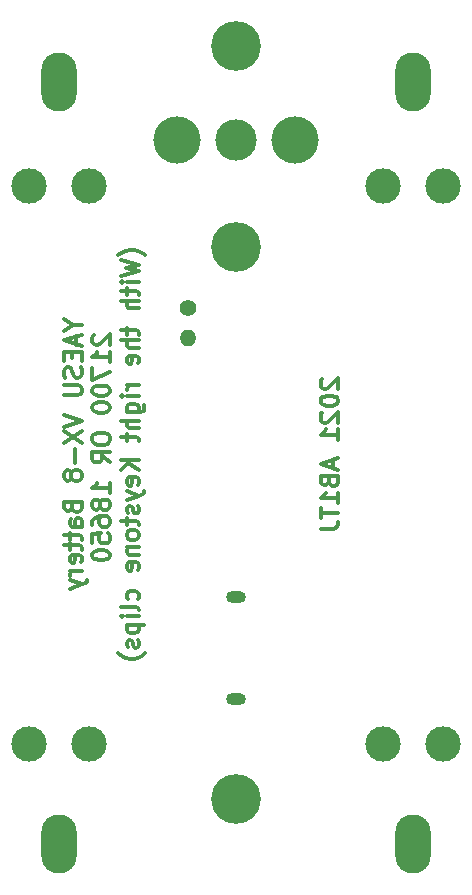
<source format=gbr>
%TF.GenerationSoftware,KiCad,Pcbnew,(5.99.0-10712-g3100cd3599)*%
%TF.CreationDate,2021-06-04T21:59:03-04:00*%
%TF.ProjectId,VX8Battery,56583842-6174-4746-9572-792e6b696361,rev?*%
%TF.SameCoordinates,Original*%
%TF.FileFunction,Soldermask,Bot*%
%TF.FilePolarity,Negative*%
%FSLAX46Y46*%
G04 Gerber Fmt 4.6, Leading zero omitted, Abs format (unit mm)*
G04 Created by KiCad (PCBNEW (5.99.0-10712-g3100cd3599)) date 2021-06-04 21:59:03*
%MOMM*%
%LPD*%
G01*
G04 APERTURE LIST*
%ADD10C,0.300000*%
%ADD11O,3.000000X5.000000*%
%ADD12C,3.000000*%
%ADD13C,1.400000*%
%ADD14O,1.400000X1.400000*%
%ADD15C,4.220000*%
%ADD16O,1.700000X1.000000*%
%ADD17C,3.500000*%
%ADD18C,4.000000*%
G04 APERTURE END LIST*
D10*
X61196785Y-90671428D02*
X61911071Y-90671428D01*
X60411071Y-90171428D02*
X61196785Y-90671428D01*
X60411071Y-91171428D01*
X61482500Y-91600000D02*
X61482500Y-92314285D01*
X61911071Y-91457142D02*
X60411071Y-91957142D01*
X61911071Y-92457142D01*
X61125357Y-92957142D02*
X61125357Y-93457142D01*
X61911071Y-93671428D02*
X61911071Y-92957142D01*
X60411071Y-92957142D01*
X60411071Y-93671428D01*
X61839642Y-94242857D02*
X61911071Y-94457142D01*
X61911071Y-94814285D01*
X61839642Y-94957142D01*
X61768214Y-95028571D01*
X61625357Y-95100000D01*
X61482500Y-95100000D01*
X61339642Y-95028571D01*
X61268214Y-94957142D01*
X61196785Y-94814285D01*
X61125357Y-94528571D01*
X61053928Y-94385714D01*
X60982500Y-94314285D01*
X60839642Y-94242857D01*
X60696785Y-94242857D01*
X60553928Y-94314285D01*
X60482500Y-94385714D01*
X60411071Y-94528571D01*
X60411071Y-94885714D01*
X60482500Y-95100000D01*
X60411071Y-95742857D02*
X61625357Y-95742857D01*
X61768214Y-95814285D01*
X61839642Y-95885714D01*
X61911071Y-96028571D01*
X61911071Y-96314285D01*
X61839642Y-96457142D01*
X61768214Y-96528571D01*
X61625357Y-96600000D01*
X60411071Y-96600000D01*
X60411071Y-98242857D02*
X61911071Y-98742857D01*
X60411071Y-99242857D01*
X60411071Y-99600000D02*
X61911071Y-100600000D01*
X60411071Y-100600000D02*
X61911071Y-99600000D01*
X61339642Y-101171428D02*
X61339642Y-102314285D01*
X61053928Y-103242857D02*
X60982500Y-103100000D01*
X60911071Y-103028571D01*
X60768214Y-102957142D01*
X60696785Y-102957142D01*
X60553928Y-103028571D01*
X60482500Y-103100000D01*
X60411071Y-103242857D01*
X60411071Y-103528571D01*
X60482500Y-103671428D01*
X60553928Y-103742857D01*
X60696785Y-103814285D01*
X60768214Y-103814285D01*
X60911071Y-103742857D01*
X60982500Y-103671428D01*
X61053928Y-103528571D01*
X61053928Y-103242857D01*
X61125357Y-103100000D01*
X61196785Y-103028571D01*
X61339642Y-102957142D01*
X61625357Y-102957142D01*
X61768214Y-103028571D01*
X61839642Y-103100000D01*
X61911071Y-103242857D01*
X61911071Y-103528571D01*
X61839642Y-103671428D01*
X61768214Y-103742857D01*
X61625357Y-103814285D01*
X61339642Y-103814285D01*
X61196785Y-103742857D01*
X61125357Y-103671428D01*
X61053928Y-103528571D01*
X61125357Y-106100000D02*
X61196785Y-106314285D01*
X61268214Y-106385714D01*
X61411071Y-106457142D01*
X61625357Y-106457142D01*
X61768214Y-106385714D01*
X61839642Y-106314285D01*
X61911071Y-106171428D01*
X61911071Y-105600000D01*
X60411071Y-105600000D01*
X60411071Y-106100000D01*
X60482500Y-106242857D01*
X60553928Y-106314285D01*
X60696785Y-106385714D01*
X60839642Y-106385714D01*
X60982500Y-106314285D01*
X61053928Y-106242857D01*
X61125357Y-106100000D01*
X61125357Y-105600000D01*
X61911071Y-107742857D02*
X61125357Y-107742857D01*
X60982500Y-107671428D01*
X60911071Y-107528571D01*
X60911071Y-107242857D01*
X60982500Y-107100000D01*
X61839642Y-107742857D02*
X61911071Y-107600000D01*
X61911071Y-107242857D01*
X61839642Y-107100000D01*
X61696785Y-107028571D01*
X61553928Y-107028571D01*
X61411071Y-107100000D01*
X61339642Y-107242857D01*
X61339642Y-107600000D01*
X61268214Y-107742857D01*
X60911071Y-108242857D02*
X60911071Y-108814285D01*
X60411071Y-108457142D02*
X61696785Y-108457142D01*
X61839642Y-108528571D01*
X61911071Y-108671428D01*
X61911071Y-108814285D01*
X60911071Y-109100000D02*
X60911071Y-109671428D01*
X60411071Y-109314285D02*
X61696785Y-109314285D01*
X61839642Y-109385714D01*
X61911071Y-109528571D01*
X61911071Y-109671428D01*
X61839642Y-110742857D02*
X61911071Y-110600000D01*
X61911071Y-110314285D01*
X61839642Y-110171428D01*
X61696785Y-110100000D01*
X61125357Y-110100000D01*
X60982500Y-110171428D01*
X60911071Y-110314285D01*
X60911071Y-110600000D01*
X60982500Y-110742857D01*
X61125357Y-110814285D01*
X61268214Y-110814285D01*
X61411071Y-110100000D01*
X61911071Y-111457142D02*
X60911071Y-111457142D01*
X61196785Y-111457142D02*
X61053928Y-111528571D01*
X60982500Y-111600000D01*
X60911071Y-111742857D01*
X60911071Y-111885714D01*
X60911071Y-112242857D02*
X61911071Y-112600000D01*
X60911071Y-112957142D02*
X61911071Y-112600000D01*
X62268214Y-112457142D01*
X62339642Y-112385714D01*
X62411071Y-112242857D01*
X62968928Y-91492857D02*
X62897500Y-91564285D01*
X62826071Y-91707142D01*
X62826071Y-92064285D01*
X62897500Y-92207142D01*
X62968928Y-92278571D01*
X63111785Y-92350000D01*
X63254642Y-92350000D01*
X63468928Y-92278571D01*
X64326071Y-91421428D01*
X64326071Y-92350000D01*
X64326071Y-93778571D02*
X64326071Y-92921428D01*
X64326071Y-93350000D02*
X62826071Y-93350000D01*
X63040357Y-93207142D01*
X63183214Y-93064285D01*
X63254642Y-92921428D01*
X62826071Y-94278571D02*
X62826071Y-95278571D01*
X64326071Y-94635714D01*
X62826071Y-96135714D02*
X62826071Y-96278571D01*
X62897500Y-96421428D01*
X62968928Y-96492857D01*
X63111785Y-96564285D01*
X63397500Y-96635714D01*
X63754642Y-96635714D01*
X64040357Y-96564285D01*
X64183214Y-96492857D01*
X64254642Y-96421428D01*
X64326071Y-96278571D01*
X64326071Y-96135714D01*
X64254642Y-95992857D01*
X64183214Y-95921428D01*
X64040357Y-95850000D01*
X63754642Y-95778571D01*
X63397500Y-95778571D01*
X63111785Y-95850000D01*
X62968928Y-95921428D01*
X62897500Y-95992857D01*
X62826071Y-96135714D01*
X62826071Y-97564285D02*
X62826071Y-97707142D01*
X62897500Y-97850000D01*
X62968928Y-97921428D01*
X63111785Y-97992857D01*
X63397500Y-98064285D01*
X63754642Y-98064285D01*
X64040357Y-97992857D01*
X64183214Y-97921428D01*
X64254642Y-97850000D01*
X64326071Y-97707142D01*
X64326071Y-97564285D01*
X64254642Y-97421428D01*
X64183214Y-97350000D01*
X64040357Y-97278571D01*
X63754642Y-97207142D01*
X63397500Y-97207142D01*
X63111785Y-97278571D01*
X62968928Y-97350000D01*
X62897500Y-97421428D01*
X62826071Y-97564285D01*
X62826071Y-100135714D02*
X62826071Y-100421428D01*
X62897500Y-100564285D01*
X63040357Y-100707142D01*
X63326071Y-100778571D01*
X63826071Y-100778571D01*
X64111785Y-100707142D01*
X64254642Y-100564285D01*
X64326071Y-100421428D01*
X64326071Y-100135714D01*
X64254642Y-99992857D01*
X64111785Y-99850000D01*
X63826071Y-99778571D01*
X63326071Y-99778571D01*
X63040357Y-99850000D01*
X62897500Y-99992857D01*
X62826071Y-100135714D01*
X64326071Y-102278571D02*
X63611785Y-101778571D01*
X64326071Y-101421428D02*
X62826071Y-101421428D01*
X62826071Y-101992857D01*
X62897500Y-102135714D01*
X62968928Y-102207142D01*
X63111785Y-102278571D01*
X63326071Y-102278571D01*
X63468928Y-102207142D01*
X63540357Y-102135714D01*
X63611785Y-101992857D01*
X63611785Y-101421428D01*
X64326071Y-104850000D02*
X64326071Y-103992857D01*
X64326071Y-104421428D02*
X62826071Y-104421428D01*
X63040357Y-104278571D01*
X63183214Y-104135714D01*
X63254642Y-103992857D01*
X63468928Y-105707142D02*
X63397500Y-105564285D01*
X63326071Y-105492857D01*
X63183214Y-105421428D01*
X63111785Y-105421428D01*
X62968928Y-105492857D01*
X62897500Y-105564285D01*
X62826071Y-105707142D01*
X62826071Y-105992857D01*
X62897500Y-106135714D01*
X62968928Y-106207142D01*
X63111785Y-106278571D01*
X63183214Y-106278571D01*
X63326071Y-106207142D01*
X63397500Y-106135714D01*
X63468928Y-105992857D01*
X63468928Y-105707142D01*
X63540357Y-105564285D01*
X63611785Y-105492857D01*
X63754642Y-105421428D01*
X64040357Y-105421428D01*
X64183214Y-105492857D01*
X64254642Y-105564285D01*
X64326071Y-105707142D01*
X64326071Y-105992857D01*
X64254642Y-106135714D01*
X64183214Y-106207142D01*
X64040357Y-106278571D01*
X63754642Y-106278571D01*
X63611785Y-106207142D01*
X63540357Y-106135714D01*
X63468928Y-105992857D01*
X62826071Y-107564285D02*
X62826071Y-107278571D01*
X62897500Y-107135714D01*
X62968928Y-107064285D01*
X63183214Y-106921428D01*
X63468928Y-106850000D01*
X64040357Y-106850000D01*
X64183214Y-106921428D01*
X64254642Y-106992857D01*
X64326071Y-107135714D01*
X64326071Y-107421428D01*
X64254642Y-107564285D01*
X64183214Y-107635714D01*
X64040357Y-107707142D01*
X63683214Y-107707142D01*
X63540357Y-107635714D01*
X63468928Y-107564285D01*
X63397500Y-107421428D01*
X63397500Y-107135714D01*
X63468928Y-106992857D01*
X63540357Y-106921428D01*
X63683214Y-106850000D01*
X62826071Y-109064285D02*
X62826071Y-108350000D01*
X63540357Y-108278571D01*
X63468928Y-108350000D01*
X63397500Y-108492857D01*
X63397500Y-108850000D01*
X63468928Y-108992857D01*
X63540357Y-109064285D01*
X63683214Y-109135714D01*
X64040357Y-109135714D01*
X64183214Y-109064285D01*
X64254642Y-108992857D01*
X64326071Y-108850000D01*
X64326071Y-108492857D01*
X64254642Y-108350000D01*
X64183214Y-108278571D01*
X62826071Y-110064285D02*
X62826071Y-110207142D01*
X62897500Y-110350000D01*
X62968928Y-110421428D01*
X63111785Y-110492857D01*
X63397500Y-110564285D01*
X63754642Y-110564285D01*
X64040357Y-110492857D01*
X64183214Y-110421428D01*
X64254642Y-110350000D01*
X64326071Y-110207142D01*
X64326071Y-110064285D01*
X64254642Y-109921428D01*
X64183214Y-109850000D01*
X64040357Y-109778571D01*
X63754642Y-109707142D01*
X63397500Y-109707142D01*
X63111785Y-109778571D01*
X62968928Y-109850000D01*
X62897500Y-109921428D01*
X62826071Y-110064285D01*
X67312500Y-84742857D02*
X67241071Y-84671428D01*
X67026785Y-84528571D01*
X66883928Y-84457142D01*
X66669642Y-84385714D01*
X66312500Y-84314285D01*
X66026785Y-84314285D01*
X65669642Y-84385714D01*
X65455357Y-84457142D01*
X65312500Y-84528571D01*
X65098214Y-84671428D01*
X65026785Y-84742857D01*
X65241071Y-85171428D02*
X66741071Y-85528571D01*
X65669642Y-85814285D01*
X66741071Y-86100000D01*
X65241071Y-86457142D01*
X66741071Y-87028571D02*
X65741071Y-87028571D01*
X65241071Y-87028571D02*
X65312500Y-86957142D01*
X65383928Y-87028571D01*
X65312500Y-87100000D01*
X65241071Y-87028571D01*
X65383928Y-87028571D01*
X65741071Y-87528571D02*
X65741071Y-88100000D01*
X65241071Y-87742857D02*
X66526785Y-87742857D01*
X66669642Y-87814285D01*
X66741071Y-87957142D01*
X66741071Y-88100000D01*
X66741071Y-88600000D02*
X65241071Y-88600000D01*
X66741071Y-89242857D02*
X65955357Y-89242857D01*
X65812500Y-89171428D01*
X65741071Y-89028571D01*
X65741071Y-88814285D01*
X65812500Y-88671428D01*
X65883928Y-88600000D01*
X65741071Y-90885714D02*
X65741071Y-91457142D01*
X65241071Y-91100000D02*
X66526785Y-91100000D01*
X66669642Y-91171428D01*
X66741071Y-91314285D01*
X66741071Y-91457142D01*
X66741071Y-91957142D02*
X65241071Y-91957142D01*
X66741071Y-92600000D02*
X65955357Y-92600000D01*
X65812500Y-92528571D01*
X65741071Y-92385714D01*
X65741071Y-92171428D01*
X65812500Y-92028571D01*
X65883928Y-91957142D01*
X66669642Y-93885714D02*
X66741071Y-93742857D01*
X66741071Y-93457142D01*
X66669642Y-93314285D01*
X66526785Y-93242857D01*
X65955357Y-93242857D01*
X65812500Y-93314285D01*
X65741071Y-93457142D01*
X65741071Y-93742857D01*
X65812500Y-93885714D01*
X65955357Y-93957142D01*
X66098214Y-93957142D01*
X66241071Y-93242857D01*
X66741071Y-95742857D02*
X65741071Y-95742857D01*
X66026785Y-95742857D02*
X65883928Y-95814285D01*
X65812500Y-95885714D01*
X65741071Y-96028571D01*
X65741071Y-96171428D01*
X66741071Y-96671428D02*
X65741071Y-96671428D01*
X65241071Y-96671428D02*
X65312500Y-96600000D01*
X65383928Y-96671428D01*
X65312500Y-96742857D01*
X65241071Y-96671428D01*
X65383928Y-96671428D01*
X65741071Y-98028571D02*
X66955357Y-98028571D01*
X67098214Y-97957142D01*
X67169642Y-97885714D01*
X67241071Y-97742857D01*
X67241071Y-97528571D01*
X67169642Y-97385714D01*
X66669642Y-98028571D02*
X66741071Y-97885714D01*
X66741071Y-97600000D01*
X66669642Y-97457142D01*
X66598214Y-97385714D01*
X66455357Y-97314285D01*
X66026785Y-97314285D01*
X65883928Y-97385714D01*
X65812500Y-97457142D01*
X65741071Y-97600000D01*
X65741071Y-97885714D01*
X65812500Y-98028571D01*
X66741071Y-98742857D02*
X65241071Y-98742857D01*
X66741071Y-99385714D02*
X65955357Y-99385714D01*
X65812500Y-99314285D01*
X65741071Y-99171428D01*
X65741071Y-98957142D01*
X65812500Y-98814285D01*
X65883928Y-98742857D01*
X65741071Y-99885714D02*
X65741071Y-100457142D01*
X65241071Y-100100000D02*
X66526785Y-100100000D01*
X66669642Y-100171428D01*
X66741071Y-100314285D01*
X66741071Y-100457142D01*
X66741071Y-102100000D02*
X65241071Y-102100000D01*
X66741071Y-102957142D02*
X65883928Y-102314285D01*
X65241071Y-102957142D02*
X66098214Y-102100000D01*
X66669642Y-104171428D02*
X66741071Y-104028571D01*
X66741071Y-103742857D01*
X66669642Y-103600000D01*
X66526785Y-103528571D01*
X65955357Y-103528571D01*
X65812500Y-103600000D01*
X65741071Y-103742857D01*
X65741071Y-104028571D01*
X65812500Y-104171428D01*
X65955357Y-104242857D01*
X66098214Y-104242857D01*
X66241071Y-103528571D01*
X65741071Y-104742857D02*
X66741071Y-105100000D01*
X65741071Y-105457142D02*
X66741071Y-105100000D01*
X67098214Y-104957142D01*
X67169642Y-104885714D01*
X67241071Y-104742857D01*
X66669642Y-105957142D02*
X66741071Y-106100000D01*
X66741071Y-106385714D01*
X66669642Y-106528571D01*
X66526785Y-106600000D01*
X66455357Y-106600000D01*
X66312500Y-106528571D01*
X66241071Y-106385714D01*
X66241071Y-106171428D01*
X66169642Y-106028571D01*
X66026785Y-105957142D01*
X65955357Y-105957142D01*
X65812500Y-106028571D01*
X65741071Y-106171428D01*
X65741071Y-106385714D01*
X65812500Y-106528571D01*
X65741071Y-107028571D02*
X65741071Y-107600000D01*
X65241071Y-107242857D02*
X66526785Y-107242857D01*
X66669642Y-107314285D01*
X66741071Y-107457142D01*
X66741071Y-107600000D01*
X66741071Y-108314285D02*
X66669642Y-108171428D01*
X66598214Y-108100000D01*
X66455357Y-108028571D01*
X66026785Y-108028571D01*
X65883928Y-108100000D01*
X65812500Y-108171428D01*
X65741071Y-108314285D01*
X65741071Y-108528571D01*
X65812500Y-108671428D01*
X65883928Y-108742857D01*
X66026785Y-108814285D01*
X66455357Y-108814285D01*
X66598214Y-108742857D01*
X66669642Y-108671428D01*
X66741071Y-108528571D01*
X66741071Y-108314285D01*
X65741071Y-109457142D02*
X66741071Y-109457142D01*
X65883928Y-109457142D02*
X65812500Y-109528571D01*
X65741071Y-109671428D01*
X65741071Y-109885714D01*
X65812500Y-110028571D01*
X65955357Y-110100000D01*
X66741071Y-110100000D01*
X66669642Y-111385714D02*
X66741071Y-111242857D01*
X66741071Y-110957142D01*
X66669642Y-110814285D01*
X66526785Y-110742857D01*
X65955357Y-110742857D01*
X65812500Y-110814285D01*
X65741071Y-110957142D01*
X65741071Y-111242857D01*
X65812500Y-111385714D01*
X65955357Y-111457142D01*
X66098214Y-111457142D01*
X66241071Y-110742857D01*
X66669642Y-113885714D02*
X66741071Y-113742857D01*
X66741071Y-113457142D01*
X66669642Y-113314285D01*
X66598214Y-113242857D01*
X66455357Y-113171428D01*
X66026785Y-113171428D01*
X65883928Y-113242857D01*
X65812500Y-113314285D01*
X65741071Y-113457142D01*
X65741071Y-113742857D01*
X65812500Y-113885714D01*
X66741071Y-114742857D02*
X66669642Y-114600000D01*
X66526785Y-114528571D01*
X65241071Y-114528571D01*
X66741071Y-115314285D02*
X65741071Y-115314285D01*
X65241071Y-115314285D02*
X65312500Y-115242857D01*
X65383928Y-115314285D01*
X65312500Y-115385714D01*
X65241071Y-115314285D01*
X65383928Y-115314285D01*
X65741071Y-116028571D02*
X67241071Y-116028571D01*
X65812500Y-116028571D02*
X65741071Y-116171428D01*
X65741071Y-116457142D01*
X65812500Y-116600000D01*
X65883928Y-116671428D01*
X66026785Y-116742857D01*
X66455357Y-116742857D01*
X66598214Y-116671428D01*
X66669642Y-116600000D01*
X66741071Y-116457142D01*
X66741071Y-116171428D01*
X66669642Y-116028571D01*
X66669642Y-117314285D02*
X66741071Y-117457142D01*
X66741071Y-117742857D01*
X66669642Y-117885714D01*
X66526785Y-117957142D01*
X66455357Y-117957142D01*
X66312500Y-117885714D01*
X66241071Y-117742857D01*
X66241071Y-117528571D01*
X66169642Y-117385714D01*
X66026785Y-117314285D01*
X65955357Y-117314285D01*
X65812500Y-117385714D01*
X65741071Y-117528571D01*
X65741071Y-117742857D01*
X65812500Y-117885714D01*
X67312500Y-118457142D02*
X67241071Y-118528571D01*
X67026785Y-118671428D01*
X66883928Y-118742857D01*
X66669642Y-118814285D01*
X66312500Y-118885714D01*
X66026785Y-118885714D01*
X65669642Y-118814285D01*
X65455357Y-118742857D01*
X65312500Y-118671428D01*
X65098214Y-118528571D01*
X65026785Y-118457142D01*
X82288928Y-95207142D02*
X82217500Y-95278571D01*
X82146071Y-95421428D01*
X82146071Y-95778571D01*
X82217500Y-95921428D01*
X82288928Y-95992857D01*
X82431785Y-96064285D01*
X82574642Y-96064285D01*
X82788928Y-95992857D01*
X83646071Y-95135714D01*
X83646071Y-96064285D01*
X82146071Y-96992857D02*
X82146071Y-97135714D01*
X82217500Y-97278571D01*
X82288928Y-97350000D01*
X82431785Y-97421428D01*
X82717500Y-97492857D01*
X83074642Y-97492857D01*
X83360357Y-97421428D01*
X83503214Y-97350000D01*
X83574642Y-97278571D01*
X83646071Y-97135714D01*
X83646071Y-96992857D01*
X83574642Y-96850000D01*
X83503214Y-96778571D01*
X83360357Y-96707142D01*
X83074642Y-96635714D01*
X82717500Y-96635714D01*
X82431785Y-96707142D01*
X82288928Y-96778571D01*
X82217500Y-96850000D01*
X82146071Y-96992857D01*
X82288928Y-98064285D02*
X82217500Y-98135714D01*
X82146071Y-98278571D01*
X82146071Y-98635714D01*
X82217500Y-98778571D01*
X82288928Y-98850000D01*
X82431785Y-98921428D01*
X82574642Y-98921428D01*
X82788928Y-98850000D01*
X83646071Y-97992857D01*
X83646071Y-98921428D01*
X83646071Y-100350000D02*
X83646071Y-99492857D01*
X83646071Y-99921428D02*
X82146071Y-99921428D01*
X82360357Y-99778571D01*
X82503214Y-99635714D01*
X82574642Y-99492857D01*
X83217500Y-102064285D02*
X83217500Y-102778571D01*
X83646071Y-101921428D02*
X82146071Y-102421428D01*
X83646071Y-102921428D01*
X82860357Y-103921428D02*
X82931785Y-104135714D01*
X83003214Y-104207142D01*
X83146071Y-104278571D01*
X83360357Y-104278571D01*
X83503214Y-104207142D01*
X83574642Y-104135714D01*
X83646071Y-103992857D01*
X83646071Y-103421428D01*
X82146071Y-103421428D01*
X82146071Y-103921428D01*
X82217500Y-104064285D01*
X82288928Y-104135714D01*
X82431785Y-104207142D01*
X82574642Y-104207142D01*
X82717500Y-104135714D01*
X82788928Y-104064285D01*
X82860357Y-103921428D01*
X82860357Y-103421428D01*
X83646071Y-105707142D02*
X83646071Y-104850000D01*
X83646071Y-105278571D02*
X82146071Y-105278571D01*
X82360357Y-105135714D01*
X82503214Y-104992857D01*
X82574642Y-104850000D01*
X82146071Y-106135714D02*
X82146071Y-106992857D01*
X83646071Y-106564285D02*
X82146071Y-106564285D01*
X82146071Y-107921428D02*
X83217500Y-107921428D01*
X83431785Y-107850000D01*
X83574642Y-107707142D01*
X83646071Y-107492857D01*
X83646071Y-107350000D01*
D11*
%TO.C,BT2*%
X60000000Y-70100000D03*
D12*
X62540000Y-78900000D03*
X57460000Y-78900000D03*
D11*
X60000000Y-134600000D03*
D12*
X57460000Y-126100000D03*
X62540000Y-126100000D03*
%TD*%
D11*
%TO.C,BT1*%
X90000000Y-70100000D03*
D12*
X92540000Y-78900000D03*
X87460000Y-78900000D03*
D11*
X90000000Y-134600000D03*
D12*
X87460000Y-126100000D03*
X92540000Y-126100000D03*
%TD*%
D13*
%TO.C,TH1*%
X70950000Y-89180000D03*
D14*
X70950000Y-91720000D03*
%TD*%
D15*
%TO.C,H1*%
X75000000Y-84000000D03*
%TD*%
D16*
%TO.C,J1*%
X74990000Y-122320000D03*
X74990000Y-113680000D03*
%TD*%
D15*
%TO.C,H3*%
X75000000Y-67000000D03*
%TD*%
D17*
%TO.C,J2*%
X75000000Y-75000000D03*
D18*
X70000000Y-75000000D03*
X80000000Y-75000000D03*
%TD*%
D15*
%TO.C,H2*%
X75000000Y-130750000D03*
%TD*%
M02*

</source>
